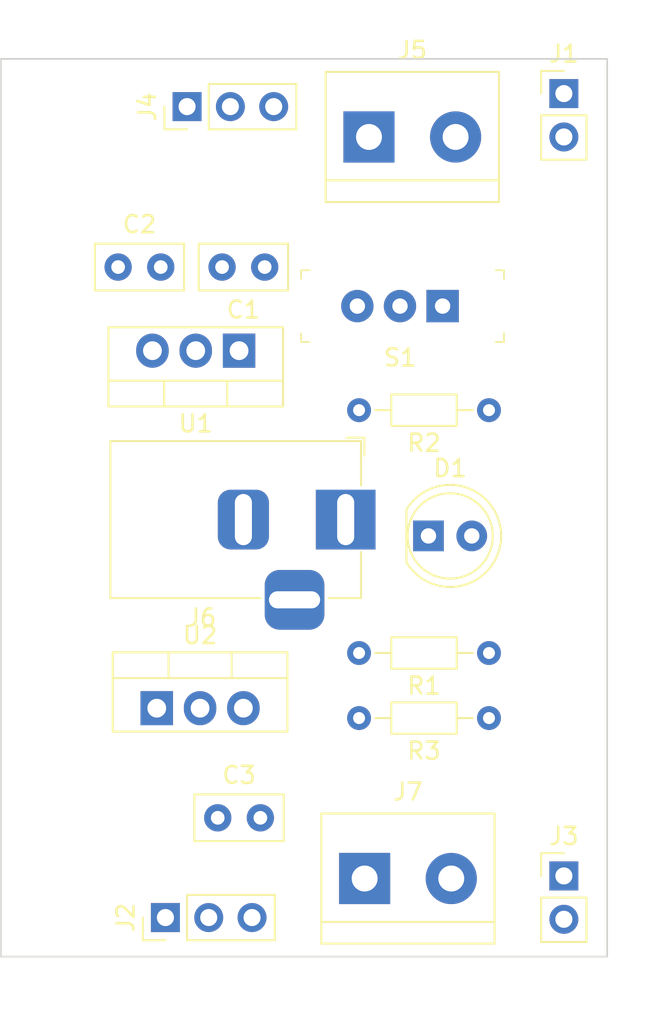
<source format=kicad_pcb>
(kicad_pcb (version 20221018) (generator pcbnew)
  (layers (0 "F.Cu" signal) (31 "B.Cu" signal) (34 "B.Paste" user) (35 "F.Paste" user) (36 "B.SilkS" user "B.Silkscreen") (37 "F.SilkS" user "F.Silkscreen") (38 "B.Mask" user) (39 "F.Mask" user) (44 "Edge.Cuts" user))
  (net 0 "")
  (net 1 "/12V")
  (net 2 "GND")
  (net 3 "/5V")
  (net 4 "/3.3V")
  (net 5 "Net-(D1-A)")
  (net 6 "/PWR_Output")
  (net 7 "/PWR_Input")
  (net 8 "Net-(U2-ADJ)")
  (footprint "Capacitor_THT:C_Disc_D5.0mm_W2.5mm_P2.50mm" (layer "F.Cu") (at 124.694 66.04 180)
    (fp_text reference "C1" (at 1.25 -2.5) (layer "F.SilkS"))
    (fp_text value "10u")
    (fp_line (start -1.37 -1.37) (end -1.37 1.37) (stroke (width 0.12)) (layer "F.SilkS"))
    (fp_line (start -1.37 -1.37) (end 3.87 -1.37) (stroke (width 0.12)) (layer "F.SilkS"))
    (fp_line (start -1.37 1.37) (end 3.87 1.37) (stroke (width 0.12)) (layer "F.SilkS"))
    (fp_line (start 3.87 -1.37) (end 3.87 1.37) (stroke (width 0.12)) (layer "F.SilkS"))
    (pad "1" thru_hole circle (at 0 0 180) (size 1.6 1.6) (drill 0.8) (layers "*.Cu" "*.Mask") (net 1 "/12V"))
    (pad "2" thru_hole circle (at 2.5 0 180) (size 1.6 1.6) (drill 0.8) (layers "*.Cu" "*.Mask") (net 2 "GND"))
  )
  (footprint "TerminalBlock:TerminalBlock_bornier-2_P5.08mm" (layer "F.Cu") (at 130.81 58.42)
    (fp_text reference "J5" (at 2.54 -5.08) (layer "F.SilkS"))
    (fp_text value "Screw_Terminal_01x02")
    (fp_line (start -2.54 -3.81) (end -2.54 3.81) (stroke (width 0.12)) (layer "F.SilkS"))
    (fp_line (start -2.54 3.81) (end 7.62 3.81) (stroke (width 0.12)) (layer "F.SilkS"))
    (fp_line (start 7.62 -3.81) (end -2.54 -3.81) (stroke (width 0.12)) (layer "F.SilkS"))
    (fp_line (start 7.62 2.54) (end -2.54 2.54) (stroke (width 0.12)) (layer "F.SilkS"))
    (fp_line (start 7.62 3.81) (end 7.62 -3.81) (stroke (width 0.12)) (layer "F.SilkS"))
    (pad "1" thru_hole rect locked (at 0 0) (size 3 3) (drill 1.52) (layers "*.Cu" "*.Mask") (net 2 "GND"))
    (pad "2" thru_hole circle locked (at 5.08 0) (size 3 3) (drill 1.52) (layers "*.Cu" "*.Mask") (net 6 "/PWR_Output"))
  )
  (footprint "TerminalBlock:TerminalBlock_bornier-2_P5.08mm" (layer "F.Cu") (at 130.556 101.854)
    (fp_text reference "J7" (at 2.54 -5.08) (layer "F.SilkS"))
    (fp_text value "Screw_Terminal_01x02")
    (fp_line (start -2.54 -3.81) (end -2.54 3.81) (stroke (width 0.12)) (layer "F.SilkS"))
    (fp_line (start -2.54 3.81) (end 7.62 3.81) (stroke (width 0.12)) (layer "F.SilkS"))
    (fp_line (start 7.62 -3.81) (end -2.54 -3.81) (stroke (width 0.12)) (layer "F.SilkS"))
    (fp_line (start 7.62 2.54) (end -2.54 2.54) (stroke (width 0.12)) (layer "F.SilkS"))
    (fp_line (start 7.62 3.81) (end 7.62 -3.81) (stroke (width 0.12)) (layer "F.SilkS"))
    (pad "1" thru_hole rect locked (at 0 0) (size 3 3) (drill 1.52) (layers "*.Cu" "*.Mask") (net 2 "GND"))
    (pad "2" thru_hole circle locked (at 5.08 0) (size 3 3) (drill 1.52) (layers "*.Cu" "*.Mask") (net 6 "/PWR_Output"))
  )
  (footprint "Connector_PinHeader_2.54mm:PinHeader_1x03_P2.54mm_Vertical" (layer "F.Cu") (at 120.142 56.642 90)
    (fp_text reference "J4" (at 0 -2.33 90) (layer "F.SilkS"))
    (fp_text value "Conn_01x03_Pin")
    (fp_line (start -1.33 -1.33) (end 0 -1.33) (stroke (width 0.12)) (layer "F.SilkS"))
    (fp_line (start -1.33 0) (end -1.33 -1.33) (stroke (width 0.12)) (layer "F.SilkS"))
    (fp_line (start -1.33 1.27) (end -1.33 6.41) (stroke (width 0.12)) (layer "F.SilkS"))
    (fp_line (start -1.33 1.27) (end 1.33 1.27) (stroke (width 0.12)) (layer "F.SilkS"))
    (fp_line (start -1.33 6.41) (end 1.33 6.41) (stroke (width 0.12)) (layer "F.SilkS"))
    (fp_line (start 1.33 1.27) (end 1.33 6.41) (stroke (width 0.12)) (layer "F.SilkS"))
    (pad "1" thru_hole rect (at 0 0 90) (size 1.7 1.7) (drill 1) (layers "*.Cu" "*.Mask") (net 4 "/3.3V"))
    (pad "2" thru_hole oval (at 0 2.54 90) (size 1.7 1.7) (drill 1) (layers "*.Cu" "*.Mask") (net 6 "/PWR_Output"))
    (pad "3" thru_hole oval (at 0 5.08 90) (size 1.7 1.7) (drill 1) (layers "*.Cu" "*.Mask") (net 3 "/5V"))
  )
  (footprint "Capacitor_THT:C_Disc_D5.0mm_W2.5mm_P2.50mm" (layer "F.Cu") (at 121.94 98.298)
    (fp_text reference "C3" (at 1.25 -2.5) (layer "F.SilkS"))
    (fp_text value "1u")
    (fp_line (start -1.37 -1.37) (end -1.37 1.37) (stroke (width 0.12)) (layer "F.SilkS"))
    (fp_line (start -1.37 -1.37) (end 3.87 -1.37) (stroke (width 0.12)) (layer "F.SilkS"))
    (fp_line (start -1.37 1.37) (end 3.87 1.37) (stroke (width 0.12)) (layer "F.SilkS"))
    (fp_line (start 3.87 -1.37) (end 3.87 1.37) (stroke (width 0.12)) (layer "F.SilkS"))
    (pad "1" thru_hole circle (at 0 0) (size 1.6 1.6) (drill 0.8) (layers "*.Cu" "*.Mask") (net 4 "/3.3V"))
    (pad "2" thru_hole circle (at 2.5 0) (size 1.6 1.6) (drill 0.8) (layers "*.Cu" "*.Mask") (net 2 "GND"))
  )
  (footprint "Resistor_THT:R_Axial_DIN0204_L3.6mm_D1.6mm_P7.62mm_Horizontal" (layer "F.Cu") (at 137.848 92.456 180)
    (fp_text reference "R3" (at 3.81 -1.92) (layer "F.SilkS"))
    (fp_text value "560")
    (fp_line (start 0.94 0) (end 1.89 0) (stroke (width 0.12)) (layer "F.SilkS"))
    (fp_line (start 1.89 -0.92) (end 1.89 0.92) (stroke (width 0.12)) (layer "F.SilkS"))
    (fp_line (start 1.89 0.92) (end 5.73 0.92) (stroke (width 0.12)) (layer "F.SilkS"))
    (fp_line (start 5.73 -0.92) (end 1.89 -0.92) (stroke (width 0.12)) (layer "F.SilkS"))
    (fp_line (start 5.73 0.92) (end 5.73 -0.92) (stroke (width 0.12)) (layer "F.SilkS"))
    (fp_line (start 6.68 0) (end 5.73 0) (stroke (width 0.12)) (layer "F.SilkS"))
    (pad "1" thru_hole circle locked (at 0 0 180) (size 1.4 1.4) (drill 0.7) (layers "*.Cu" "*.Mask") (net 2 "GND"))
    (pad "2" thru_hole oval locked (at 7.62 0 180) (size 1.4 1.4) (drill 0.7) (layers "*.Cu" "*.Mask") (net 8 "Net-(U2-ADJ)"))
  )
  (footprint "Resistor_THT:R_Axial_DIN0204_L3.6mm_D1.6mm_P7.62mm_Horizontal" (layer "F.Cu") (at 137.848 74.422 180)
    (fp_text reference "R2" (at 3.81 -1.92) (layer "F.SilkS"))
    (fp_text value "330")
    (fp_line (start 0.94 0) (end 1.89 0) (stroke (width 0.12)) (layer "F.SilkS"))
    (fp_line (start 1.89 -0.92) (end 1.89 0.92) (stroke (width 0.12)) (layer "F.SilkS"))
    (fp_line (start 1.89 0.92) (end 5.73 0.92) (stroke (width 0.12)) (layer "F.SilkS"))
    (fp_line (start 5.73 -0.92) (end 1.89 -0.92) (stroke (width 0.12)) (layer "F.SilkS"))
    (fp_line (start 5.73 0.92) (end 5.73 -0.92) (stroke (width 0.12)) (layer "F.SilkS"))
    (fp_line (start 6.68 0) (end 5.73 0) (stroke (width 0.12)) (layer "F.SilkS"))
    (pad "1" thru_hole circle locked (at 0 0 180) (size 1.4 1.4) (drill 0.7) (layers "*.Cu" "*.Mask") (net 5 "Net-(D1-A)"))
    (pad "2" thru_hole oval locked (at 7.62 0 180) (size 1.4 1.4) (drill 0.7) (layers "*.Cu" "*.Mask") (net 1 "/12V"))
  )
  (footprint "Resistor_THT:R_Axial_DIN0204_L3.6mm_D1.6mm_P7.62mm_Horizontal" (layer "F.Cu") (at 137.848 88.646 180)
    (fp_text reference "R1" (at 3.81 -1.92) (layer "F.SilkS"))
    (fp_text value "330")
    (fp_line (start 0.94 0) (end 1.89 0) (stroke (width 0.12)) (layer "F.SilkS"))
    (fp_line (start 1.89 -0.92) (end 1.89 0.92) (stroke (width 0.12)) (layer "F.SilkS"))
    (fp_line (start 1.89 0.92) (end 5.73 0.92) (stroke (width 0.12)) (layer "F.SilkS"))
    (fp_line (start 5.73 -0.92) (end 1.89 -0.92) (stroke (width 0.12)) (layer "F.SilkS"))
    (fp_line (start 5.73 0.92) (end 5.73 -0.92) (stroke (width 0.12)) (layer "F.SilkS"))
    (fp_line (start 6.68 0) (end 5.73 0) (stroke (width 0.12)) (layer "F.SilkS"))
    (pad "1" thru_hole circle locked (at 0 0 180) (size 1.4 1.4) (drill 0.7) (layers "*.Cu" "*.Mask") (net 8 "Net-(U2-ADJ)"))
    (pad "2" thru_hole oval locked (at 7.62 0 180) (size 1.4 1.4) (drill 0.7) (layers "*.Cu" "*.Mask") (net 4 "/3.3V"))
  )
  (footprint "Connector_PinHeader_2.54mm:PinHeader_1x02_P2.54mm_Vertical" (layer "F.Cu") (at 142.24 101.7016)
    (fp_text reference "J3" (at 0 -2.33) (layer "F.SilkS"))
    (fp_text value "Conn_01x02_Pin")
    (fp_line (start -1.33 -1.33) (end 0 -1.33) (stroke (width 0.12)) (layer "F.SilkS"))
    (fp_line (start -1.33 0) (end -1.33 -1.33) (stroke (width 0.12)) (layer "F.SilkS"))
    (fp_line (start -1.33 1.27) (end -1.33 3.87) (stroke (width 0.12)) (layer "F.SilkS"))
    (fp_line (start -1.33 1.27) (end 1.33 1.27) (stroke (width 0.12)) (layer "F.SilkS"))
    (fp_line (start -1.33 3.87) (end 1.33 3.87) (stroke (width 0.12)) (layer "F.SilkS"))
    (fp_line (start 1.33 1.27) (end 1.33 3.87) (stroke (width 0.12)) (layer "F.SilkS"))
    (pad "1" thru_hole rect locked (at 0 0) (size 1.7 1.7) (drill 1) (layers "*.Cu" "*.Mask") (net 2 "GND"))
    (pad "2" thru_hole oval locked (at 0 2.54) (size 1.7 1.7) (drill 1) (layers "*.Cu" "*.Mask") (net 6 "/PWR_Output"))
  )
  (footprint "Connector_PinHeader_2.54mm:PinHeader_1x03_P2.54mm_Vertical" (layer "F.Cu") (at 118.872 104.14 90)
    (fp_text reference "J2" (at 0 -2.33 90) (layer "F.SilkS"))
    (fp_text value "Conn_01x03_Pin")
    (fp_line (start -1.33 -1.33) (end 0 -1.33) (stroke (width 0.12)) (layer "F.SilkS"))
    (fp_line (start -1.33 0) (end -1.33 -1.33) (stroke (width 0.12)) (layer "F.SilkS"))
    (fp_line (start -1.33 1.27) (end -1.33 6.41) (stroke (width 0.12)) (layer "F.SilkS"))
    (fp_line (start -1.33 1.27) (end 1.33 1.27) (stroke (width 0.12)) (layer "F.SilkS"))
    (fp_line (start -1.33 6.41) (end 1.33 6.41) (stroke (width 0.12)) (layer "F.SilkS"))
    (fp_line (start 1.33 1.27) (end 1.33 6.41) (stroke (width 0.12)) (layer "F.SilkS"))
    (pad "1" thru_hole rect (at 0 0 90) (size 1.7 1.7) (drill 1) (layers "*.Cu" "*.Mask") (net 4 "/3.3V"))
    (pad "2" thru_hole oval (at 0 2.54 90) (size 1.7 1.7) (drill 1) (layers "*.Cu" "*.Mask") (net 6 "/PWR_Output"))
    (pad "3" thru_hole oval (at 0 5.08 90) (size 1.7 1.7) (drill 1) (layers "*.Cu" "*.Mask") (net 3 "/5V"))
  )
  (footprint "digikey-footprints:Switch_Slide_11.6x4mm_EG1218" (layer "F.Cu") (at 135.128 68.326 180)
    (fp_text reference "S1" (at 2.49 -3.02) (layer "F.SilkS"))
    (fp_text value "EG1218")
    (fp_line (start -3.6 -2.1) (end -3.6 -1.6) (stroke (width 0.1)) (layer "F.SilkS"))
    (fp_line (start -3.6 -2.1) (end -3.1 -2.1) (stroke (width 0.1)) (layer "F.SilkS"))
    (fp_line (start -3.6 2.1) (end -3.6 1.6) (stroke (width 0.1)) (layer "F.SilkS"))
    (fp_line (start -3.6 2.1) (end -3.1 2.1) (stroke (width 0.1)) (layer "F.SilkS"))
    (fp_line (start 8.3 -2.1) (end 7.8 -2.1) (stroke (width 0.1)) (layer "F.SilkS"))
    (fp_line (start 8.3 -2.1) (end 8.3 -1.6) (stroke (width 0.1)) (layer "F.SilkS"))
    (fp_line (start 8.3 2.1) (end 7.8 2.1) (stroke (width 0.1)) (layer "F.SilkS"))
    (fp_line (start 8.3 2.1) (end 8.3 1.6) (stroke (width 0.1)) (layer "F.SilkS"))
    (pad "1" thru_hole rect locked (at 0 0 180) (size 1.9 1.9) (drill 0.9) (layers "*.Cu" "*.Mask") (net 1 "/12V"))
    (pad "2" thru_hole circle locked (at 2.5 0 180) (size 1.9 1.9) (drill 0.9) (layers "*.Cu" "*.Mask") (net 7 "/PWR_Input"))
    (pad "3" thru_hole circle locked (at 5 0 180) (size 1.9 1.9) (drill 0.9) (layers "*.Cu" "*.Mask"))
  )
  (footprint "Package_TO_SOT_THT:TO-220-3_Vertical" (layer "F.Cu") (at 123.19 70.937 180)
    (fp_text reference "U1" (at 2.54 -4.27) (layer "F.SilkS"))
    (fp_text value "LM7805_TO220")
    (fp_line (start -2.58 -3.27) (end -2.58 1.371) (stroke (width 0.12)) (layer "F.SilkS"))
    (fp_line (start -2.58 -3.27) (end 7.66 -3.27) (stroke (width 0.12)) (layer "F.SilkS"))
    (fp_line (start -2.58 -1.76) (end 7.66 -1.76) (stroke (width 0.12)) (layer "F.SilkS"))
    (fp_line (start -2.58 1.371) (end 7.66 1.371) (stroke (width 0.12)) (layer "F.SilkS"))
    (fp_line (start 0.69 -3.27) (end 0.69 -1.76) (stroke (width 0.12)) (layer "F.SilkS"))
    (fp_line (start 4.391 -3.27) (end 4.391 -1.76) (stroke (width 0.12)) (layer "F.SilkS"))
    (fp_line (start 7.66 -3.27) (end 7.66 1.371) (stroke (width 0.12)) (layer "F.SilkS"))
    (pad "1" thru_hole rect (at 0 0 180) (size 1.905 2) (drill 1.1) (layers "*.Cu" "*.Mask") (net 1 "/12V"))
    (pad "2" thru_hole oval (at 2.54 0 180) (size 1.905 2) (drill 1.1) (layers "*.Cu" "*.Mask") (net 2 "GND"))
    (pad "3" thru_hole oval (at 5.08 0 180) (size 1.905 2) (drill 1.1) (layers "*.Cu" "*.Mask") (net 3 "/5V"))
  )
  (footprint "LED_THT:LED_D5.0mm" (layer "F.Cu") (at 134.298 81.788)
    (fp_text reference "D1" (at 1.27 -3.96) (layer "F.SilkS"))
    (fp_text value "LED")
    (fp_line (start -1.29 -1.545) (end -1.29 1.545) (stroke (width 0.12)) (layer "F.SilkS"))
    (fp_arc (start -1.29 -1.54483) (mid 2.072002 -2.880433) (end 4.26 0.000462) (stroke (width 0.12)) (layer "F.SilkS"))
    (fp_arc (start 4.26 -0.000462) (mid 2.072002 2.880433) (end -1.29 1.54483) (stroke (width 0.12)) (layer "F.SilkS"))
    (fp_circle (center 1.27 0) (end 3.77 0) (stroke (width 0.12)) (fill none) (layer "F.SilkS"))
    (pad "1" thru_hole rect locked (at 0 0) (size 1.8 1.8) (drill 0.9) (layers "*.Cu" "*.Mask") (net 2 "GND"))
    (pad "2" thru_hole circle locked (at 2.54 0) (size 1.8 1.8) (drill 0.9) (layers "*.Cu" "*.Mask") (net 5 "Net-(D1-A)"))
  )
  (footprint "Package_TO_SOT_THT:TO-220-3_Vertical" (layer "F.Cu") (at 118.364 91.877)
    (fp_text reference "U2" (at 2.54 -4.27) (layer "F.SilkS"))
    (fp_text value "LM317_TO-220")
    (fp_line (start -2.58 -3.27) (end -2.58 1.371) (stroke (width 0.12)) (layer "F.SilkS"))
    (fp_line (start -2.58 -3.27) (end 7.66 -3.27) (stroke (width 0.12)) (layer "F.SilkS"))
    (fp_line (start -2.58 -1.76) (end 7.66 -1.76) (stroke (width 0.12)) (layer "F.SilkS"))
    (fp_line (start -2.58 1.371) (end 7.66 1.371) (stroke (width 0.12)) (layer "F.SilkS"))
    (fp_line (start 0.69 -3.27) (end 0.69 -1.76) (stroke (width 0.12)) (layer "F.SilkS"))
    (fp_line (start 4.391 -3.27) (end 4.391 -1.76) (stroke (width 0.12)) (layer "F.SilkS"))
    (fp_line (start 7.66 -3.27) (end 7.66 1.371) (stroke (width 0.12)) (layer "F.SilkS"))
    (pad "1" thru_hole rect (at 0 0) (size 1.905 2) (drill 1.1) (layers "*.Cu" "*.Mask") (net 8 "Net-(U2-ADJ)"))
    (pad "2" thru_hole oval (at 2.54 0) (size 1.905 2) (drill 1.1) (layers "*.Cu" "*.Mask") (net 4 "/3.3V"))
    (pad "3" thru_hole oval (at 5.08 0) (size 1.905 2) (drill 1.1) (layers "*.Cu" "*.Mask") (net 1 "/12V"))
  )
  (footprint "Capacitor_THT:C_Disc_D5.0mm_W2.5mm_P2.50mm" (layer "F.Cu") (at 116.098 66.04)
    (fp_text reference "C2" (at 1.25 -2.5) (layer "F.SilkS"))
    (fp_text value "0.1u")
    (fp_line (start -1.37 -1.37) (end -1.37 1.37) (stroke (width 0.12)) (layer "F.SilkS"))
    (fp_line (start -1.37 -1.37) (end 3.87 -1.37) (stroke (width 0.12)) (layer "F.SilkS"))
    (fp_line (start -1.37 1.37) (end 3.87 1.37) (stroke (width 0.12)) (layer "F.SilkS"))
    (fp_line (start 3.87 -1.37) (end 3.87 1.37) (stroke (width 0.12)) (layer "F.SilkS"))
    (pad "1" thru_hole circle (at 0 0) (size 1.6 1.6) (drill 0.8) (layers "*.Cu" "*.Mask") (net 3 "/5V"))
    (pad "2" thru_hole circle (at 2.5 0) (size 1.6 1.6) (drill 0.8) (layers "*.Cu" "*.Mask") (net 2 "GND"))
  )
  (footprint "Connector_PinHeader_2.54mm:PinHeader_1x02_P2.54mm_Vertical" (layer "F.Cu") (at 142.24 55.88)
    (fp_text reference "J1" (at 0 -2.33) (layer "F.SilkS"))
    (fp_text value "Conn_01x02_Pin")
    (fp_line (start -1.33 -1.33) (end 0 -1.33) (stroke (width 0.12)) (layer "F.SilkS"))
    (fp_line (start -1.33 0) (end -1.33 -1.33) (stroke (width 0.12)) (layer "F.SilkS"))
    (fp_line (start -1.33 1.27) (end -1.33 3.87) (stroke (width 0.12)) (layer "F.SilkS"))
    (fp_line (start -1.33 1.27) (end 1.33 1.27) (stroke (width 0.12)) (layer "F.SilkS"))
    (fp_line (start -1.33 3.87) (end 1.33 3.87) (stroke (width 0.12)) (layer "F.SilkS"))
    (fp_line (start 1.33 1.27) (end 1.33 3.87) (stroke (width 0.12)) (layer "F.SilkS"))
    (pad "1" thru_hole rect locked (at 0 0) (size 1.7 1.7) (drill 1) (layers "*.Cu" "*.Mask") (net 2 "GND"))
    (pad "2" thru_hole oval locked (at 0 2.54) (size 1.7 1.7) (drill 1) (layers "*.Cu" "*.Mask") (net 6 "/PWR_Output"))
  )
  (footprint "Connector_BarrelJack:BarrelJack_Horizontal" (layer "F.Cu") (at 129.444 80.8305)
    (fp_text reference "J6" (at -8.45 5.75) (layer "F.SilkS"))
    (fp_text value "Barrel_Jack_Switch")
    (fp_line (start -13.8 -4.6) (end 0.9 -4.6) (stroke (width 0.12)) (layer "F.SilkS"))
    (fp_line (start -13.8 4.6) (end -13.8 -4.6) (stroke (width 0.12)) (layer "F.SilkS"))
    (fp_line (start -5 4.6) (end -13.8 4.6) (stroke (width 0.12)) (layer "F.SilkS"))
    (fp_line (start 0.05 -4.8) (end 1.1 -4.8) (stroke (width 0.12)) (layer "F.SilkS"))
    (fp_line (start 0.9 -4.6) (end 0.9 -2) (stroke (width 0.12)) (layer "F.SilkS"))
    (fp_line (start 0.9 1.9) (end 0.9 4.6) (stroke (width 0.12)) (layer "F.SilkS"))
    (fp_line (start 0.9 4.6) (end -1 4.6) (stroke (width 0.12)) (layer "F.SilkS"))
    (fp_line (start 1.1 -3.75) (end 1.1 -4.8) (stroke (width 0.12)) (layer "F.SilkS"))
    (pad "1" thru_hole rect (at 0 0) (size 3.5 3.5) (drill oval 1 3) (layers "*.Cu" "*.Mask") (net 7 "/PWR_Input"))
    (pad "2" thru_hole roundrect (at -6 0) (size 3 3.5) (drill oval 1 3) (layers "*.Cu" "*.Mask") (net 2 "GND"))
    (pad "3" thru_hole roundrect (at -3 4.7) (size 3.5 3.5) (drill oval 3 1) (layers "*.Cu" "*.Mask") (net 2 "GND"))
  )
  (gr_rect (start 109.22 53.848) (end 144.78 106.426) (stroke (width 0.1)) (fill none) (layer "Edge.Cuts"))
)
</source>
